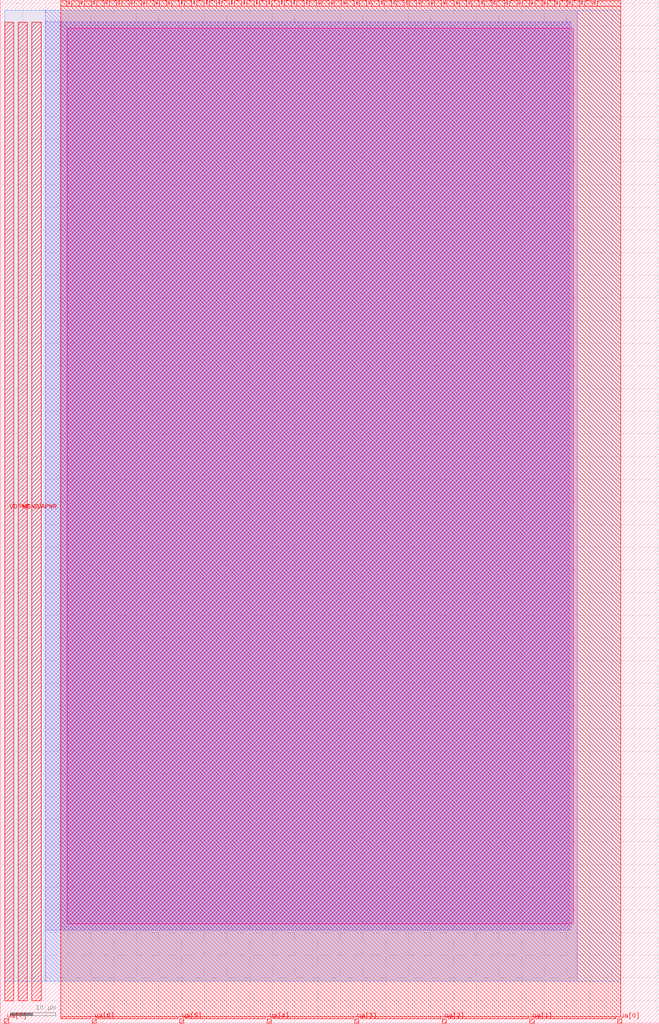
<source format=lef>
VERSION 5.7 ;
  NOWIREEXTENSIONATPIN ON ;
  DIVIDERCHAR "/" ;
  BUSBITCHARS "[]" ;
MACRO tt_um_rc_oscillators
  CLASS BLOCK ;
  FOREIGN tt_um_rc_oscillators ;
  ORIGIN 0.000 0.000 ;
  SIZE 145.360 BY 225.760 ;
  PIN clk
    DIRECTION INPUT ;
    USE SIGNAL ;
    PORT
      LAYER met4 ;
        RECT 128.190 224.760 128.490 225.760 ;
    END
  END clk
  PIN ena
    DIRECTION INPUT ;
    USE SIGNAL ;
    PORT
      LAYER met4 ;
        RECT 130.950 224.760 131.250 225.760 ;
    END
  END ena
  PIN rst_n
    DIRECTION INPUT ;
    USE SIGNAL ;
    PORT
      LAYER met4 ;
        RECT 125.430 224.760 125.730 225.760 ;
    END
  END rst_n
  PIN ua[0]
    DIRECTION INOUT ;
    USE SIGNAL ;
    ANTENNADIFFAREA 0.731800 ;
    PORT
      LAYER met4 ;
        RECT 136.170 0.000 137.070 1.000 ;
    END
  END ua[0]
  PIN ua[1]
    DIRECTION INOUT ;
    USE SIGNAL ;
    ANTENNADIFFAREA 0.556800 ;
    PORT
      LAYER met4 ;
        RECT 116.850 0.000 117.750 1.000 ;
    END
  END ua[1]
  PIN ua[2]
    DIRECTION INOUT ;
    USE SIGNAL ;
    PORT
      LAYER met4 ;
        RECT 97.530 0.000 98.430 1.000 ;
    END
  END ua[2]
  PIN ua[3]
    DIRECTION INOUT ;
    USE SIGNAL ;
    PORT
      LAYER met4 ;
        RECT 78.210 0.000 79.110 1.000 ;
    END
  END ua[3]
  PIN ua[4]
    DIRECTION INOUT ;
    USE SIGNAL ;
    PORT
      LAYER met4 ;
        RECT 58.890 0.000 59.790 1.000 ;
    END
  END ua[4]
  PIN ua[5]
    DIRECTION INOUT ;
    USE SIGNAL ;
    PORT
      LAYER met4 ;
        RECT 39.570 0.000 40.470 1.000 ;
    END
  END ua[5]
  PIN ua[6]
    DIRECTION INOUT ;
    USE SIGNAL ;
    PORT
      LAYER met4 ;
        RECT 20.250 0.000 21.150 1.000 ;
    END
  END ua[6]
  PIN ua[7]
    DIRECTION INOUT ;
    USE SIGNAL ;
    PORT
      LAYER met4 ;
        RECT 0.930 0.000 1.830 1.000 ;
    END
  END ua[7]
  PIN ui_in[0]
    DIRECTION INPUT ;
    USE SIGNAL ;
    ANTENNAGATEAREA 0.985500 ;
    ANTENNADIFFAREA 0.202500 ;
    PORT
      LAYER met4 ;
        RECT 122.670 224.760 122.970 225.760 ;
    END
  END ui_in[0]
  PIN ui_in[1]
    DIRECTION INPUT ;
    USE SIGNAL ;
    ANTENNAGATEAREA 1.060500 ;
    ANTENNADIFFAREA 0.202500 ;
    PORT
      LAYER met4 ;
        RECT 119.910 224.760 120.210 225.760 ;
    END
  END ui_in[1]
  PIN ui_in[2]
    DIRECTION INPUT ;
    USE SIGNAL ;
    ANTENNAGATEAREA 1.060500 ;
    ANTENNADIFFAREA 0.202500 ;
    PORT
      LAYER met4 ;
        RECT 117.150 224.760 117.450 225.760 ;
    END
  END ui_in[2]
  PIN ui_in[3]
    DIRECTION INPUT ;
    USE SIGNAL ;
    ANTENNAGATEAREA 1.060500 ;
    ANTENNADIFFAREA 0.202500 ;
    PORT
      LAYER met4 ;
        RECT 114.390 224.760 114.690 225.760 ;
    END
  END ui_in[3]
  PIN ui_in[4]
    DIRECTION INPUT ;
    USE SIGNAL ;
    ANTENNAGATEAREA 0.985500 ;
    ANTENNADIFFAREA 0.202500 ;
    PORT
      LAYER met4 ;
        RECT 111.630 224.760 111.930 225.760 ;
    END
  END ui_in[4]
  PIN ui_in[5]
    DIRECTION INPUT ;
    USE SIGNAL ;
    ANTENNAGATEAREA 0.985500 ;
    ANTENNADIFFAREA 0.202500 ;
    PORT
      LAYER met4 ;
        RECT 108.870 224.760 109.170 225.760 ;
    END
  END ui_in[5]
  PIN ui_in[6]
    DIRECTION INPUT ;
    USE SIGNAL ;
    PORT
      LAYER met4 ;
        RECT 106.110 224.760 106.410 225.760 ;
    END
  END ui_in[6]
  PIN ui_in[7]
    DIRECTION INPUT ;
    USE SIGNAL ;
    PORT
      LAYER met4 ;
        RECT 103.350 224.760 103.650 225.760 ;
    END
  END ui_in[7]
  PIN uio_in[0]
    DIRECTION INPUT ;
    USE SIGNAL ;
    PORT
      LAYER met4 ;
        RECT 100.590 224.760 100.890 225.760 ;
    END
  END uio_in[0]
  PIN uio_in[1]
    DIRECTION INPUT ;
    USE SIGNAL ;
    PORT
      LAYER met4 ;
        RECT 97.830 224.760 98.130 225.760 ;
    END
  END uio_in[1]
  PIN uio_in[2]
    DIRECTION INPUT ;
    USE SIGNAL ;
    PORT
      LAYER met4 ;
        RECT 95.070 224.760 95.370 225.760 ;
    END
  END uio_in[2]
  PIN uio_in[3]
    DIRECTION INPUT ;
    USE SIGNAL ;
    PORT
      LAYER met4 ;
        RECT 92.310 224.760 92.610 225.760 ;
    END
  END uio_in[3]
  PIN uio_in[4]
    DIRECTION INPUT ;
    USE SIGNAL ;
    PORT
      LAYER met4 ;
        RECT 89.550 224.760 89.850 225.760 ;
    END
  END uio_in[4]
  PIN uio_in[5]
    DIRECTION INPUT ;
    USE SIGNAL ;
    PORT
      LAYER met4 ;
        RECT 86.790 224.760 87.090 225.760 ;
    END
  END uio_in[5]
  PIN uio_in[6]
    DIRECTION INPUT ;
    USE SIGNAL ;
    PORT
      LAYER met4 ;
        RECT 84.030 224.760 84.330 225.760 ;
    END
  END uio_in[6]
  PIN uio_in[7]
    DIRECTION INPUT ;
    USE SIGNAL ;
    PORT
      LAYER met4 ;
        RECT 81.270 224.760 81.570 225.760 ;
    END
  END uio_in[7]
  PIN uio_oe[0]
    DIRECTION OUTPUT ;
    USE SIGNAL ;
    ANTENNADIFFAREA 786.408203 ;
    PORT
      LAYER met4 ;
        RECT 34.350 224.760 34.650 225.760 ;
    END
  END uio_oe[0]
  PIN uio_oe[1]
    DIRECTION OUTPUT ;
    USE SIGNAL ;
    ANTENNADIFFAREA 786.408203 ;
    PORT
      LAYER met4 ;
        RECT 31.590 224.760 31.890 225.760 ;
    END
  END uio_oe[1]
  PIN uio_oe[2]
    DIRECTION OUTPUT ;
    USE SIGNAL ;
    ANTENNADIFFAREA 786.408203 ;
    PORT
      LAYER met4 ;
        RECT 28.830 224.760 29.130 225.760 ;
    END
  END uio_oe[2]
  PIN uio_oe[3]
    DIRECTION OUTPUT ;
    USE SIGNAL ;
    ANTENNADIFFAREA 786.408203 ;
    PORT
      LAYER met4 ;
        RECT 26.070 224.760 26.370 225.760 ;
    END
  END uio_oe[3]
  PIN uio_oe[4]
    DIRECTION OUTPUT ;
    USE SIGNAL ;
    ANTENNADIFFAREA 786.408203 ;
    PORT
      LAYER met4 ;
        RECT 23.310 224.760 23.610 225.760 ;
    END
  END uio_oe[4]
  PIN uio_oe[5]
    DIRECTION OUTPUT ;
    USE SIGNAL ;
    ANTENNADIFFAREA 786.408203 ;
    PORT
      LAYER met4 ;
        RECT 20.550 224.760 20.850 225.760 ;
    END
  END uio_oe[5]
  PIN uio_oe[6]
    DIRECTION OUTPUT ;
    USE SIGNAL ;
    ANTENNADIFFAREA 786.408203 ;
    PORT
      LAYER met4 ;
        RECT 17.790 224.760 18.090 225.760 ;
    END
  END uio_oe[6]
  PIN uio_oe[7]
    DIRECTION OUTPUT ;
    USE SIGNAL ;
    ANTENNADIFFAREA 786.408203 ;
    PORT
      LAYER met4 ;
        RECT 15.030 224.760 15.330 225.760 ;
    END
  END uio_oe[7]
  PIN uio_out[0]
    DIRECTION OUTPUT ;
    USE SIGNAL ;
    ANTENNADIFFAREA 786.408203 ;
    PORT
      LAYER met4 ;
        RECT 56.430 224.760 56.730 225.760 ;
    END
  END uio_out[0]
  PIN uio_out[1]
    DIRECTION OUTPUT ;
    USE SIGNAL ;
    ANTENNADIFFAREA 786.408203 ;
    PORT
      LAYER met4 ;
        RECT 53.670 224.760 53.970 225.760 ;
    END
  END uio_out[1]
  PIN uio_out[2]
    DIRECTION OUTPUT ;
    USE SIGNAL ;
    ANTENNADIFFAREA 786.408203 ;
    PORT
      LAYER met4 ;
        RECT 50.910 224.760 51.210 225.760 ;
    END
  END uio_out[2]
  PIN uio_out[3]
    DIRECTION OUTPUT ;
    USE SIGNAL ;
    ANTENNADIFFAREA 786.408203 ;
    PORT
      LAYER met4 ;
        RECT 48.150 224.760 48.450 225.760 ;
    END
  END uio_out[3]
  PIN uio_out[4]
    DIRECTION OUTPUT ;
    USE SIGNAL ;
    ANTENNADIFFAREA 786.408203 ;
    PORT
      LAYER met4 ;
        RECT 45.390 224.760 45.690 225.760 ;
    END
  END uio_out[4]
  PIN uio_out[5]
    DIRECTION OUTPUT ;
    USE SIGNAL ;
    ANTENNADIFFAREA 786.408203 ;
    PORT
      LAYER met4 ;
        RECT 42.630 224.760 42.930 225.760 ;
    END
  END uio_out[5]
  PIN uio_out[6]
    DIRECTION OUTPUT ;
    USE SIGNAL ;
    ANTENNADIFFAREA 786.408203 ;
    PORT
      LAYER met4 ;
        RECT 39.870 224.760 40.170 225.760 ;
    END
  END uio_out[6]
  PIN uio_out[7]
    DIRECTION OUTPUT ;
    USE SIGNAL ;
    ANTENNADIFFAREA 786.408203 ;
    PORT
      LAYER met4 ;
        RECT 37.110 224.760 37.410 225.760 ;
    END
  END uio_out[7]
  PIN uo_out[0]
    DIRECTION OUTPUT ;
    USE SIGNAL ;
    ANTENNADIFFAREA 0.556800 ;
    PORT
      LAYER met4 ;
        RECT 78.510 224.760 78.810 225.760 ;
    END
  END uo_out[0]
  PIN uo_out[1]
    DIRECTION OUTPUT ;
    USE SIGNAL ;
    ANTENNADIFFAREA 0.556800 ;
    PORT
      LAYER met4 ;
        RECT 75.750 224.760 76.050 225.760 ;
    END
  END uo_out[1]
  PIN uo_out[2]
    DIRECTION OUTPUT ;
    USE SIGNAL ;
    ANTENNADIFFAREA 0.731800 ;
    PORT
      LAYER met4 ;
        RECT 72.990 224.760 73.290 225.760 ;
    END
  END uo_out[2]
  PIN uo_out[3]
    DIRECTION OUTPUT ;
    USE SIGNAL ;
    ANTENNADIFFAREA 0.731800 ;
    PORT
      LAYER met4 ;
        RECT 70.230 224.760 70.530 225.760 ;
    END
  END uo_out[3]
  PIN uo_out[4]
    DIRECTION OUTPUT ;
    USE SIGNAL ;
    ANTENNADIFFAREA 786.408203 ;
    PORT
      LAYER met4 ;
        RECT 67.470 224.760 67.770 225.760 ;
    END
  END uo_out[4]
  PIN uo_out[5]
    DIRECTION OUTPUT ;
    USE SIGNAL ;
    ANTENNADIFFAREA 786.408203 ;
    PORT
      LAYER met4 ;
        RECT 64.710 224.760 65.010 225.760 ;
    END
  END uo_out[5]
  PIN uo_out[6]
    DIRECTION OUTPUT ;
    USE SIGNAL ;
    ANTENNADIFFAREA 786.408203 ;
    PORT
      LAYER met4 ;
        RECT 61.950 224.760 62.250 225.760 ;
    END
  END uo_out[6]
  PIN uo_out[7]
    DIRECTION OUTPUT ;
    USE SIGNAL ;
    ANTENNADIFFAREA 786.408203 ;
    PORT
      LAYER met4 ;
        RECT 59.190 224.760 59.490 225.760 ;
    END
  END uo_out[7]
  PIN VDPWR
    DIRECTION INOUT ;
    USE POWER ;
    PORT
      LAYER met4 ;
        RECT 1.000 5.000 3.000 220.760 ;
    END
  END VDPWR
  PIN VGND
    DIRECTION INOUT ;
    USE GROUND ;
    PORT
      LAYER met4 ;
        RECT 4.000 5.000 6.000 220.760 ;
    END
  END VGND
  PIN VAPWR
    DIRECTION INOUT ;
    USE POWER ;
    PORT
      LAYER met4 ;
        RECT 7.000 5.000 9.000 220.760 ;
    END
  END VAPWR
  OBS
      LAYER nwell ;
        RECT 14.740 22.000 126.420 219.490 ;
      LAYER li1 ;
        RECT 13.205 20.515 125.980 220.945 ;
      LAYER met1 ;
        RECT 9.880 20.515 125.475 220.930 ;
      LAYER met2 ;
        RECT 9.910 9.295 127.280 223.415 ;
      LAYER met3 ;
        RECT 1.000 9.315 136.850 223.395 ;
      LAYER met4 ;
        RECT 13.350 224.360 14.630 225.530 ;
        RECT 15.730 224.360 17.390 225.530 ;
        RECT 18.490 224.360 20.150 225.530 ;
        RECT 21.250 224.360 22.910 225.530 ;
        RECT 24.010 224.360 25.670 225.530 ;
        RECT 26.770 224.360 28.430 225.530 ;
        RECT 29.530 224.360 31.190 225.530 ;
        RECT 32.290 224.360 33.950 225.530 ;
        RECT 35.050 224.360 36.710 225.530 ;
        RECT 37.810 224.360 39.470 225.530 ;
        RECT 40.570 224.360 42.230 225.530 ;
        RECT 43.330 224.360 44.990 225.530 ;
        RECT 46.090 224.360 47.750 225.530 ;
        RECT 48.850 224.360 50.510 225.530 ;
        RECT 51.610 224.360 53.270 225.530 ;
        RECT 54.370 224.360 56.030 225.530 ;
        RECT 57.130 224.360 58.790 225.530 ;
        RECT 59.890 224.360 61.550 225.530 ;
        RECT 62.650 224.360 64.310 225.530 ;
        RECT 65.410 224.360 67.070 225.530 ;
        RECT 68.170 224.360 69.830 225.530 ;
        RECT 70.930 224.360 72.590 225.530 ;
        RECT 73.690 224.360 75.350 225.530 ;
        RECT 76.450 224.360 78.110 225.530 ;
        RECT 79.210 224.360 80.870 225.530 ;
        RECT 81.970 224.360 83.630 225.530 ;
        RECT 84.730 224.360 86.390 225.530 ;
        RECT 87.490 224.360 89.150 225.530 ;
        RECT 90.250 224.360 91.910 225.530 ;
        RECT 93.010 224.360 94.670 225.530 ;
        RECT 95.770 224.360 97.430 225.530 ;
        RECT 98.530 224.360 100.190 225.530 ;
        RECT 101.290 224.360 102.950 225.530 ;
        RECT 104.050 224.360 105.710 225.530 ;
        RECT 106.810 224.360 108.470 225.530 ;
        RECT 109.570 224.360 111.230 225.530 ;
        RECT 112.330 224.360 113.990 225.530 ;
        RECT 115.090 224.360 116.750 225.530 ;
        RECT 117.850 224.360 119.510 225.530 ;
        RECT 120.610 224.360 122.270 225.530 ;
        RECT 123.370 224.360 125.030 225.530 ;
        RECT 126.130 224.360 127.790 225.530 ;
        RECT 128.890 224.360 130.550 225.530 ;
        RECT 131.650 224.360 136.825 225.530 ;
        RECT 13.350 1.400 136.825 224.360 ;
        RECT 13.350 1.000 19.850 1.400 ;
        RECT 21.550 1.000 39.170 1.400 ;
        RECT 40.870 1.000 58.490 1.400 ;
        RECT 60.190 1.000 77.810 1.400 ;
        RECT 79.510 1.000 97.130 1.400 ;
        RECT 98.830 1.000 116.450 1.400 ;
        RECT 118.150 1.000 135.770 1.400 ;
  END
END tt_um_rc_oscillators
END LIBRARY


</source>
